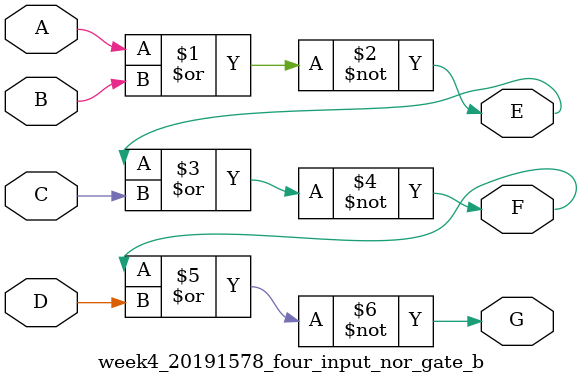
<source format=v>
`timescale 1ns / 1ps


module week4_20191578_four_input_nor_gate_b(
    input A,
    input B,
    input C,
    input D,
    output E,
    output F,
    output G
    );
    assign E = ~(A | B);
    assign F = ~(E | C);
    assign G = ~(F | D);
endmodule

</source>
